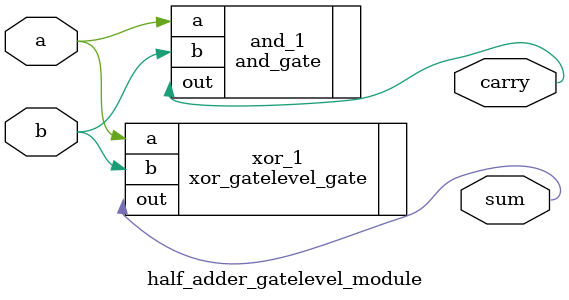
<source format=v>

module half_adder_gatelevel_module (a, b, sum, carry);
	input a, b;
	output sum, carry;
	wire xnor_out;
	
//	xnor_gatelevel_gate xnor_1(.a(a), .b(b), .out(xnor_out));
//	not_gate not_1(.a(xnor_out), .out(sum));
	xor_gatelevel_gate xor_1(.a(a), .b(b), .out(sum));
	
	and_gate and_1(.a(a), .b(b), .out(carry));
	
endmodule
</source>
